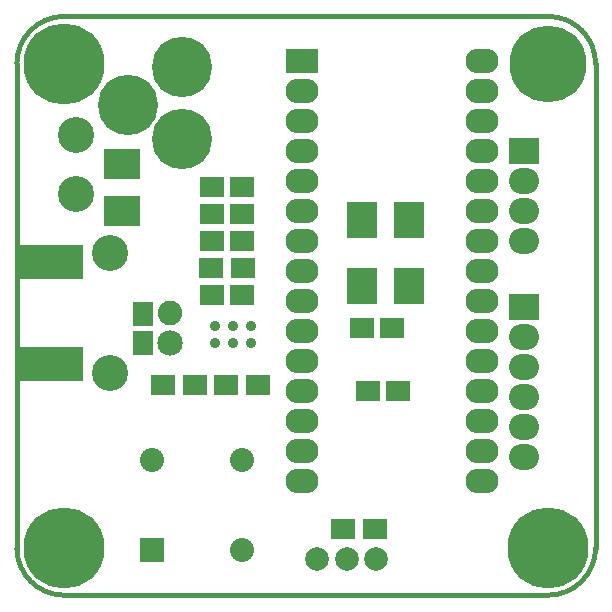
<source format=gbs>
G04 #@! TF.FileFunction,Soldermask,Bot*
%FSLAX46Y46*%
G04 Gerber Fmt 4.6, Leading zero omitted, Abs format (unit mm)*
G04 Created by KiCad (PCBNEW 4.0.1-stable) date 2/26/2016 9:50:35 PM*
%MOMM*%
G01*
G04 APERTURE LIST*
%ADD10C,0.150000*%
%ADD11C,0.381000*%
%ADD12R,2.794000X2.082800*%
%ADD13O,2.794000X2.082800*%
%ADD14C,6.858000*%
%ADD15C,6.508000*%
%ADD16R,2.032000X2.032000*%
%ADD17C,2.032000*%
%ADD18C,2.008000*%
%ADD19C,0.908000*%
%ADD20R,2.008000X1.758000*%
%ADD21R,2.508000X3.008000*%
%ADD22R,3.008000X2.508000*%
%ADD23R,1.758000X2.008000*%
%ADD24R,2.540000X2.235200*%
%ADD25O,2.540000X2.235200*%
%ADD26R,2.008000X1.808000*%
%ADD27C,5.108000*%
%ADD28C,2.082800*%
%ADD29C,2.159000*%
%ADD30C,3.048000*%
%ADD31R,5.588000X2.921000*%
G04 APERTURE END LIST*
D10*
D11*
X0Y-45000000D02*
X0Y-4000000D01*
X45000000Y-49000000D02*
X4000000Y-49000000D01*
X49000000Y-4000000D02*
X49000000Y-45000000D01*
X4000000Y0D02*
X45000000Y0D01*
X0Y-45000000D02*
G75*
G03X4000000Y-49000000I4000000J0D01*
G01*
X45000000Y-49000000D02*
G75*
G03X49000000Y-45000000I0J4000000D01*
G01*
X49000000Y-4000000D02*
G75*
G03X45000000Y0I-4000000J0D01*
G01*
X4000000Y0D02*
G75*
G03X0Y-4000000I0J-4000000D01*
G01*
D12*
X24130000Y-3810000D03*
D13*
X24130000Y-6350000D03*
X24130000Y-8890000D03*
X24130000Y-11430000D03*
X24130000Y-13970000D03*
X24130000Y-16510000D03*
X24130000Y-19050000D03*
X24130000Y-21590000D03*
X24130000Y-24130000D03*
X24130000Y-26670000D03*
X24130000Y-29210000D03*
X24130000Y-31750000D03*
X24130000Y-34290000D03*
X24130000Y-36830000D03*
X24130000Y-39370000D03*
X39370000Y-39370000D03*
X39370000Y-36830000D03*
X39370000Y-34290000D03*
X39370000Y-31750000D03*
X39370000Y-29210000D03*
X39370000Y-26670000D03*
X39370000Y-24130000D03*
X39370000Y-21590000D03*
X39370000Y-19050000D03*
X39370000Y-16510000D03*
X39370000Y-13970000D03*
X39370000Y-11430000D03*
X39370000Y-8890000D03*
X39370000Y-6350000D03*
X39370000Y-3810000D03*
D14*
X4000000Y-4000000D03*
D15*
X45000000Y-4000000D03*
D14*
X4000000Y-45000000D03*
X45000000Y-45000000D03*
D16*
X11430000Y-45212000D03*
D17*
X19050000Y-45212000D03*
X19050000Y-37592000D03*
X11430000Y-37592000D03*
D18*
X25440000Y-45974000D03*
X27940000Y-45974000D03*
X30440000Y-45974000D03*
D19*
X16788000Y-27674000D03*
X18288000Y-27674000D03*
X16788000Y-26174000D03*
X18288000Y-26174000D03*
X19788000Y-27674000D03*
X19788000Y-26174000D03*
D20*
X19030000Y-14478000D03*
X16530000Y-14478000D03*
X29738000Y-31750000D03*
X32238000Y-31750000D03*
X16530000Y-19050000D03*
X19030000Y-19050000D03*
X16530000Y-16764000D03*
X19030000Y-16764000D03*
X31730000Y-26416000D03*
X29230000Y-26416000D03*
D21*
X33242000Y-17272000D03*
X29242000Y-17272000D03*
D22*
X8890000Y-12478000D03*
X8890000Y-16478000D03*
D21*
X33242000Y-22860000D03*
X29242000Y-22860000D03*
D20*
X19030000Y-23622000D03*
X16530000Y-23622000D03*
D23*
X10668000Y-27666000D03*
X10668000Y-25166000D03*
D24*
X42926000Y-11430000D03*
D25*
X42926000Y-13970000D03*
X42926000Y-16510000D03*
X42926000Y-19050000D03*
D26*
X20400000Y-31242000D03*
X17700000Y-31242000D03*
X16430000Y-21336000D03*
X19130000Y-21336000D03*
X27606000Y-43434000D03*
X30306000Y-43434000D03*
X15066000Y-31242000D03*
X12366000Y-31242000D03*
D27*
X13970000Y-4318000D03*
X13970000Y-10418000D03*
X9370000Y-7518000D03*
D24*
X42926000Y-24638000D03*
D25*
X42926000Y-27178000D03*
X42926000Y-29718000D03*
X42926000Y-32258000D03*
X42926000Y-34798000D03*
X42926000Y-37338000D03*
D28*
X12954000Y-25146000D03*
D29*
X12954000Y-27686000D03*
D30*
X7874000Y-30226000D03*
X7874000Y-20066000D03*
X5000000Y-15000000D03*
X5000000Y-10000000D03*
D31*
X2794000Y-20828000D03*
X2794000Y-29464000D03*
M02*

</source>
